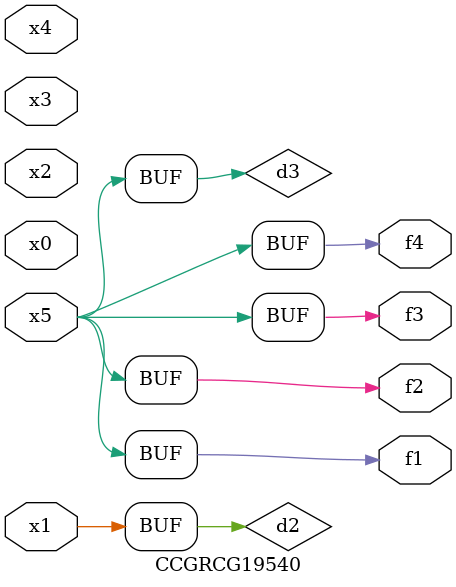
<source format=v>
module CCGRCG19540(
	input x0, x1, x2, x3, x4, x5,
	output f1, f2, f3, f4
);

	wire d1, d2, d3;

	not (d1, x5);
	or (d2, x1);
	xnor (d3, d1);
	assign f1 = d3;
	assign f2 = d3;
	assign f3 = d3;
	assign f4 = d3;
endmodule

</source>
